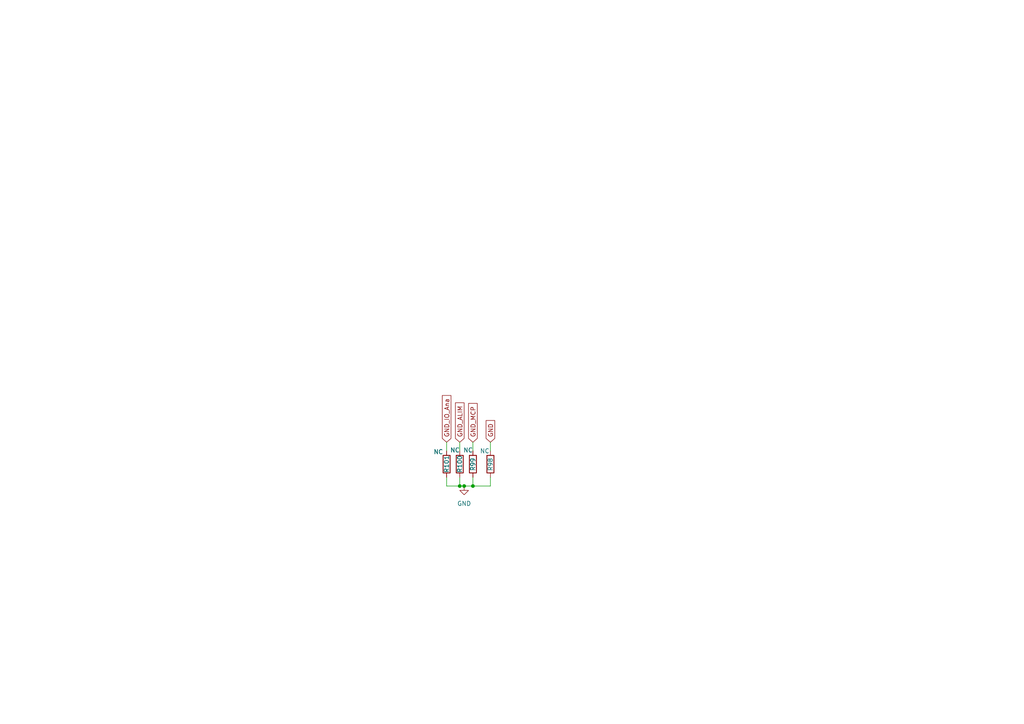
<source format=kicad_sch>
(kicad_sch (version 20231120) (generator "eeschema") (generator_version "8.0")
  (paper "A4")
  (lib_symbols
    (symbol "Device:R" (pin_numbers hide) (pin_names (offset 0))
      (property "Reference" "R" (at 2.032 0 90))
      (property "Value" "R" (at 0 0 90))
      (symbol "R_0_1"
        (rectangle (start -1.016 -2.54) (end 1.016 2.54) (stroke (width 0.254)))
      )
      (symbol "R_1_1"
        (pin passive line (at 0 3.81 270) (length 1.27) (name "~") (number "1"))
        (pin passive line (at 0 -3.81 90) (length 1.27) (name "~") (number "2"))
      )
    )
    (symbol "power:GND" (power) (pin_numbers hide) (pin_names (offset 0) hide)
      (property "Value" "GND" (at 0 -3.81 0))
      (symbol "GND_0_1"
        (polyline (pts (xy 0 0) (xy 0 -1.27) (xy 1.27 -1.27) (xy 0 -2.54) (xy -1.27 -1.27) (xy 0 -1.27)))
      )
      (symbol "GND_1_1"
        (pin power_in line (at 0 0 270) (length 0) (name "~") (number "1"))
      )
    )
  )
  (junction (at 134.62 140.97))
  (junction (at 137.16 140.97))
  (junction (at 133.35 140.97))
  (wire (pts (xy 137.16 138.43) (xy 137.16 140.97)))
  (wire (pts (xy 142.24 128.27) (xy 142.24 130.81)))
  (wire (pts (xy 129.54 140.97) (xy 133.35 140.97)))
  (wire (pts (xy 129.54 128.27) (xy 129.54 130.81)))
  (wire (pts (xy 137.16 140.97) (xy 142.24 140.97)))
  (wire (pts (xy 129.54 138.43) (xy 129.54 140.97)))
  (wire (pts (xy 133.35 128.27) (xy 133.35 130.81)))
  (wire (pts (xy 137.16 128.27) (xy 137.16 130.81)))
  (wire (pts (xy 134.62 140.97) (xy 137.16 140.97)))
  (wire (pts (xy 142.24 138.43) (xy 142.24 140.97)))
  (wire (pts (xy 133.35 138.43) (xy 133.35 140.97)))
  (wire (pts (xy 133.35 140.97) (xy 134.62 140.97)))
  (global_label "GND" (shape input) (at 142.24 128.27 90) (property "Intersheetrefs" "${INTERSHEET_REFS}" (effects (hide yes))))
  (global_label "GND_IO_Ana" (shape input) (at 129.54 128.27 90) (property "Intersheetrefs" "${INTERSHEET_REFS}" (effects (hide yes))))
  (global_label "GND_ALIM" (shape input) (at 133.35 128.27 90) (property "Intersheetrefs" "${INTERSHEET_REFS}" (effects (hide yes))))
  (global_label "GND_MCP" (shape input) (at 137.16 128.27 90) (property "Intersheetrefs" "${INTERSHEET_REFS}" (effects (hide yes))))
  (symbol (lib_id "Device:R") (at 137.16 134.62 0) (unit 1)
    (property "Reference" "R99" (at 137.16 136.652 90) (effects (justify left)))
    (property "Value" "NC" (at 134.366 130.556 0) (effects (justify left)))
    (property "Description" "Resistor" (effects (hide yes)))
  )
  (symbol (lib_id "power:GND") (at 134.62 140.97 0) (unit 1)
    (property "Reference" "#PWR01" (effects (hide yes)))
    (property "Value" "GND" (at 134.62 146.05 0))
    (property "Description" "Power symbol creates a global label with name \"GND\" , ground" (effects (hide yes)))
  )
  (symbol (lib_id "Device:R") (at 133.35 134.62 0) (unit 1)
    (property "Reference" "R100" (at 133.35 137.16 90) (effects (justify left)))
    (property "Value" "NC" (at 130.556 130.556 0) (effects (justify left)))
    (property "Description" "Resistor" (effects (hide yes)))
  )
  (symbol (lib_id "Device:R") (at 129.54 134.62 0) (unit 1)
    (property "Reference" "R101" (at 129.54 137.16 90) (effects (justify left)))
    (property "Value" "NC" (at 125.73 131.064 0) (effects (justify left)))
    (property "Description" "Resistor" (effects (hide yes)))
  )
  (symbol (lib_id "Device:R") (at 142.24 134.62 0) (unit 1)
    (property "Reference" "R98" (at 142.24 136.652 90) (effects (justify left)))
    (property "Value" "NC" (at 139.192 130.81 0) (effects (justify left)))
    (property "Description" "Resistor" (effects (hide yes)))
  )
)
</source>
